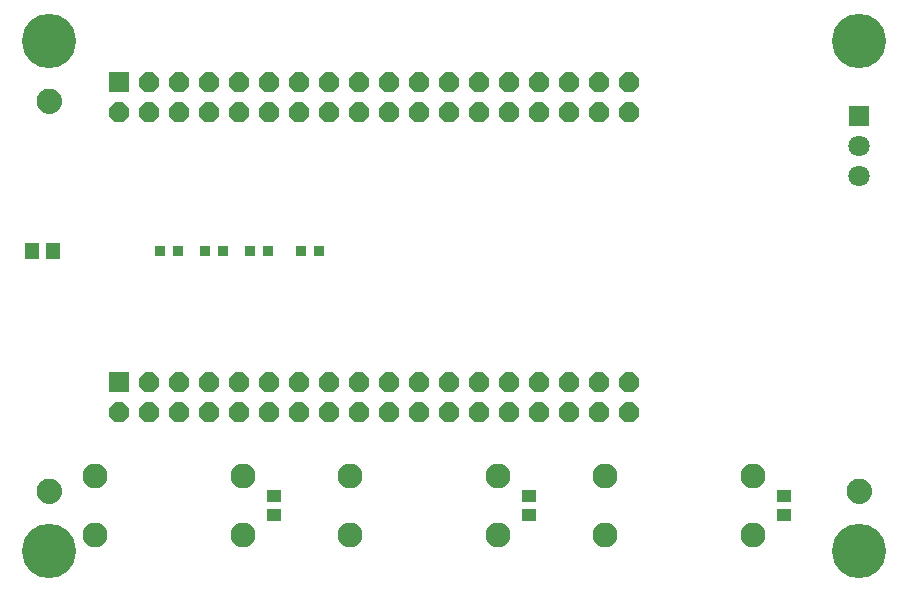
<source format=gbr>
G04 EAGLE Gerber RS-274X export*
G75*
%MOMM*%
%FSLAX34Y34*%
%LPD*%
%INSoldermask Top*%
%IPPOS*%
%AMOC8*
5,1,8,0,0,1.08239X$1,22.5*%
G01*
%ADD10R,1.676400X1.676400*%
%ADD11P,1.814519X8X22.500000*%
%ADD12R,1.803400X1.803400*%
%ADD13C,1.803400*%
%ADD14C,2.112400*%
%ADD15R,0.952400X0.952400*%
%ADD16R,1.183641X1.102359*%
%ADD17C,4.597400*%
%ADD18C,0.609600*%
%ADD19C,1.168400*%
%ADD20R,1.295400X1.422400*%


D10*
X97200Y434600D03*
D11*
X97200Y409200D03*
X122600Y434600D03*
X122600Y409200D03*
X148000Y434600D03*
X148000Y409200D03*
X173400Y434600D03*
X173400Y409200D03*
X198800Y434600D03*
X198800Y409200D03*
X224200Y434600D03*
X224200Y409200D03*
X249600Y434600D03*
X249600Y409200D03*
X275000Y434600D03*
X275000Y409200D03*
X300400Y434600D03*
X300400Y409200D03*
X325800Y434600D03*
X325800Y409200D03*
X351200Y434600D03*
X351200Y409200D03*
X376600Y434600D03*
X376600Y409200D03*
X402000Y434600D03*
X402000Y409200D03*
X427400Y434600D03*
X427400Y409200D03*
X452800Y434600D03*
X452800Y409200D03*
X478200Y434600D03*
X478200Y409200D03*
X503600Y434600D03*
X503600Y409200D03*
X529000Y434600D03*
X529000Y409200D03*
D10*
X97200Y180600D03*
D11*
X97200Y155200D03*
X122600Y180600D03*
X122600Y155200D03*
X148000Y180600D03*
X148000Y155200D03*
X173400Y180600D03*
X173400Y155200D03*
X198800Y180600D03*
X198800Y155200D03*
X224200Y180600D03*
X224200Y155200D03*
X249600Y180600D03*
X249600Y155200D03*
X275000Y180600D03*
X275000Y155200D03*
X300400Y180600D03*
X300400Y155200D03*
X325800Y180600D03*
X325800Y155200D03*
X351200Y180600D03*
X351200Y155200D03*
X376600Y180600D03*
X376600Y155200D03*
X402000Y180600D03*
X402000Y155200D03*
X427400Y180600D03*
X427400Y155200D03*
X452800Y180600D03*
X452800Y155200D03*
X478200Y180600D03*
X478200Y155200D03*
X503600Y180600D03*
X503600Y155200D03*
X529000Y180600D03*
X529000Y155200D03*
D12*
X723900Y406400D03*
D13*
X723900Y381000D03*
X723900Y355600D03*
D14*
X202200Y101200D03*
X202200Y51200D03*
X77200Y51200D03*
X77200Y101200D03*
X418100Y101200D03*
X418100Y51200D03*
X293100Y51200D03*
X293100Y101200D03*
X634000Y101200D03*
X634000Y51200D03*
X509000Y51200D03*
X509000Y101200D03*
D15*
X132200Y292100D03*
X147200Y292100D03*
X170300Y292100D03*
X185300Y292100D03*
X208400Y292100D03*
X223400Y292100D03*
X251580Y292100D03*
X266580Y292100D03*
D16*
X228600Y68199D03*
X228600Y84201D03*
X444500Y68199D03*
X444500Y84201D03*
X660400Y68199D03*
X660400Y84201D03*
D17*
X38100Y38100D03*
X723900Y38100D03*
X723900Y469900D03*
X38100Y469900D03*
D18*
X30480Y88900D02*
X30482Y89087D01*
X30489Y89274D01*
X30501Y89461D01*
X30517Y89647D01*
X30537Y89833D01*
X30562Y90018D01*
X30592Y90203D01*
X30626Y90387D01*
X30665Y90570D01*
X30708Y90752D01*
X30756Y90932D01*
X30808Y91112D01*
X30865Y91290D01*
X30925Y91467D01*
X30991Y91642D01*
X31060Y91816D01*
X31134Y91988D01*
X31212Y92158D01*
X31294Y92326D01*
X31380Y92492D01*
X31470Y92656D01*
X31564Y92817D01*
X31662Y92977D01*
X31764Y93133D01*
X31870Y93288D01*
X31980Y93439D01*
X32093Y93588D01*
X32210Y93734D01*
X32330Y93877D01*
X32454Y94017D01*
X32581Y94154D01*
X32712Y94288D01*
X32846Y94419D01*
X32983Y94546D01*
X33123Y94670D01*
X33266Y94790D01*
X33412Y94907D01*
X33561Y95020D01*
X33712Y95130D01*
X33867Y95236D01*
X34023Y95338D01*
X34183Y95436D01*
X34344Y95530D01*
X34508Y95620D01*
X34674Y95706D01*
X34842Y95788D01*
X35012Y95866D01*
X35184Y95940D01*
X35358Y96009D01*
X35533Y96075D01*
X35710Y96135D01*
X35888Y96192D01*
X36068Y96244D01*
X36248Y96292D01*
X36430Y96335D01*
X36613Y96374D01*
X36797Y96408D01*
X36982Y96438D01*
X37167Y96463D01*
X37353Y96483D01*
X37539Y96499D01*
X37726Y96511D01*
X37913Y96518D01*
X38100Y96520D01*
X38287Y96518D01*
X38474Y96511D01*
X38661Y96499D01*
X38847Y96483D01*
X39033Y96463D01*
X39218Y96438D01*
X39403Y96408D01*
X39587Y96374D01*
X39770Y96335D01*
X39952Y96292D01*
X40132Y96244D01*
X40312Y96192D01*
X40490Y96135D01*
X40667Y96075D01*
X40842Y96009D01*
X41016Y95940D01*
X41188Y95866D01*
X41358Y95788D01*
X41526Y95706D01*
X41692Y95620D01*
X41856Y95530D01*
X42017Y95436D01*
X42177Y95338D01*
X42333Y95236D01*
X42488Y95130D01*
X42639Y95020D01*
X42788Y94907D01*
X42934Y94790D01*
X43077Y94670D01*
X43217Y94546D01*
X43354Y94419D01*
X43488Y94288D01*
X43619Y94154D01*
X43746Y94017D01*
X43870Y93877D01*
X43990Y93734D01*
X44107Y93588D01*
X44220Y93439D01*
X44330Y93288D01*
X44436Y93133D01*
X44538Y92977D01*
X44636Y92817D01*
X44730Y92656D01*
X44820Y92492D01*
X44906Y92326D01*
X44988Y92158D01*
X45066Y91988D01*
X45140Y91816D01*
X45209Y91642D01*
X45275Y91467D01*
X45335Y91290D01*
X45392Y91112D01*
X45444Y90932D01*
X45492Y90752D01*
X45535Y90570D01*
X45574Y90387D01*
X45608Y90203D01*
X45638Y90018D01*
X45663Y89833D01*
X45683Y89647D01*
X45699Y89461D01*
X45711Y89274D01*
X45718Y89087D01*
X45720Y88900D01*
X45718Y88713D01*
X45711Y88526D01*
X45699Y88339D01*
X45683Y88153D01*
X45663Y87967D01*
X45638Y87782D01*
X45608Y87597D01*
X45574Y87413D01*
X45535Y87230D01*
X45492Y87048D01*
X45444Y86868D01*
X45392Y86688D01*
X45335Y86510D01*
X45275Y86333D01*
X45209Y86158D01*
X45140Y85984D01*
X45066Y85812D01*
X44988Y85642D01*
X44906Y85474D01*
X44820Y85308D01*
X44730Y85144D01*
X44636Y84983D01*
X44538Y84823D01*
X44436Y84667D01*
X44330Y84512D01*
X44220Y84361D01*
X44107Y84212D01*
X43990Y84066D01*
X43870Y83923D01*
X43746Y83783D01*
X43619Y83646D01*
X43488Y83512D01*
X43354Y83381D01*
X43217Y83254D01*
X43077Y83130D01*
X42934Y83010D01*
X42788Y82893D01*
X42639Y82780D01*
X42488Y82670D01*
X42333Y82564D01*
X42177Y82462D01*
X42017Y82364D01*
X41856Y82270D01*
X41692Y82180D01*
X41526Y82094D01*
X41358Y82012D01*
X41188Y81934D01*
X41016Y81860D01*
X40842Y81791D01*
X40667Y81725D01*
X40490Y81665D01*
X40312Y81608D01*
X40132Y81556D01*
X39952Y81508D01*
X39770Y81465D01*
X39587Y81426D01*
X39403Y81392D01*
X39218Y81362D01*
X39033Y81337D01*
X38847Y81317D01*
X38661Y81301D01*
X38474Y81289D01*
X38287Y81282D01*
X38100Y81280D01*
X37913Y81282D01*
X37726Y81289D01*
X37539Y81301D01*
X37353Y81317D01*
X37167Y81337D01*
X36982Y81362D01*
X36797Y81392D01*
X36613Y81426D01*
X36430Y81465D01*
X36248Y81508D01*
X36068Y81556D01*
X35888Y81608D01*
X35710Y81665D01*
X35533Y81725D01*
X35358Y81791D01*
X35184Y81860D01*
X35012Y81934D01*
X34842Y82012D01*
X34674Y82094D01*
X34508Y82180D01*
X34344Y82270D01*
X34183Y82364D01*
X34023Y82462D01*
X33867Y82564D01*
X33712Y82670D01*
X33561Y82780D01*
X33412Y82893D01*
X33266Y83010D01*
X33123Y83130D01*
X32983Y83254D01*
X32846Y83381D01*
X32712Y83512D01*
X32581Y83646D01*
X32454Y83783D01*
X32330Y83923D01*
X32210Y84066D01*
X32093Y84212D01*
X31980Y84361D01*
X31870Y84512D01*
X31764Y84667D01*
X31662Y84823D01*
X31564Y84983D01*
X31470Y85144D01*
X31380Y85308D01*
X31294Y85474D01*
X31212Y85642D01*
X31134Y85812D01*
X31060Y85984D01*
X30991Y86158D01*
X30925Y86333D01*
X30865Y86510D01*
X30808Y86688D01*
X30756Y86868D01*
X30708Y87048D01*
X30665Y87230D01*
X30626Y87413D01*
X30592Y87597D01*
X30562Y87782D01*
X30537Y87967D01*
X30517Y88153D01*
X30501Y88339D01*
X30489Y88526D01*
X30482Y88713D01*
X30480Y88900D01*
D19*
X38100Y88900D03*
D18*
X30480Y419100D02*
X30482Y419287D01*
X30489Y419474D01*
X30501Y419661D01*
X30517Y419847D01*
X30537Y420033D01*
X30562Y420218D01*
X30592Y420403D01*
X30626Y420587D01*
X30665Y420770D01*
X30708Y420952D01*
X30756Y421132D01*
X30808Y421312D01*
X30865Y421490D01*
X30925Y421667D01*
X30991Y421842D01*
X31060Y422016D01*
X31134Y422188D01*
X31212Y422358D01*
X31294Y422526D01*
X31380Y422692D01*
X31470Y422856D01*
X31564Y423017D01*
X31662Y423177D01*
X31764Y423333D01*
X31870Y423488D01*
X31980Y423639D01*
X32093Y423788D01*
X32210Y423934D01*
X32330Y424077D01*
X32454Y424217D01*
X32581Y424354D01*
X32712Y424488D01*
X32846Y424619D01*
X32983Y424746D01*
X33123Y424870D01*
X33266Y424990D01*
X33412Y425107D01*
X33561Y425220D01*
X33712Y425330D01*
X33867Y425436D01*
X34023Y425538D01*
X34183Y425636D01*
X34344Y425730D01*
X34508Y425820D01*
X34674Y425906D01*
X34842Y425988D01*
X35012Y426066D01*
X35184Y426140D01*
X35358Y426209D01*
X35533Y426275D01*
X35710Y426335D01*
X35888Y426392D01*
X36068Y426444D01*
X36248Y426492D01*
X36430Y426535D01*
X36613Y426574D01*
X36797Y426608D01*
X36982Y426638D01*
X37167Y426663D01*
X37353Y426683D01*
X37539Y426699D01*
X37726Y426711D01*
X37913Y426718D01*
X38100Y426720D01*
X38287Y426718D01*
X38474Y426711D01*
X38661Y426699D01*
X38847Y426683D01*
X39033Y426663D01*
X39218Y426638D01*
X39403Y426608D01*
X39587Y426574D01*
X39770Y426535D01*
X39952Y426492D01*
X40132Y426444D01*
X40312Y426392D01*
X40490Y426335D01*
X40667Y426275D01*
X40842Y426209D01*
X41016Y426140D01*
X41188Y426066D01*
X41358Y425988D01*
X41526Y425906D01*
X41692Y425820D01*
X41856Y425730D01*
X42017Y425636D01*
X42177Y425538D01*
X42333Y425436D01*
X42488Y425330D01*
X42639Y425220D01*
X42788Y425107D01*
X42934Y424990D01*
X43077Y424870D01*
X43217Y424746D01*
X43354Y424619D01*
X43488Y424488D01*
X43619Y424354D01*
X43746Y424217D01*
X43870Y424077D01*
X43990Y423934D01*
X44107Y423788D01*
X44220Y423639D01*
X44330Y423488D01*
X44436Y423333D01*
X44538Y423177D01*
X44636Y423017D01*
X44730Y422856D01*
X44820Y422692D01*
X44906Y422526D01*
X44988Y422358D01*
X45066Y422188D01*
X45140Y422016D01*
X45209Y421842D01*
X45275Y421667D01*
X45335Y421490D01*
X45392Y421312D01*
X45444Y421132D01*
X45492Y420952D01*
X45535Y420770D01*
X45574Y420587D01*
X45608Y420403D01*
X45638Y420218D01*
X45663Y420033D01*
X45683Y419847D01*
X45699Y419661D01*
X45711Y419474D01*
X45718Y419287D01*
X45720Y419100D01*
X45718Y418913D01*
X45711Y418726D01*
X45699Y418539D01*
X45683Y418353D01*
X45663Y418167D01*
X45638Y417982D01*
X45608Y417797D01*
X45574Y417613D01*
X45535Y417430D01*
X45492Y417248D01*
X45444Y417068D01*
X45392Y416888D01*
X45335Y416710D01*
X45275Y416533D01*
X45209Y416358D01*
X45140Y416184D01*
X45066Y416012D01*
X44988Y415842D01*
X44906Y415674D01*
X44820Y415508D01*
X44730Y415344D01*
X44636Y415183D01*
X44538Y415023D01*
X44436Y414867D01*
X44330Y414712D01*
X44220Y414561D01*
X44107Y414412D01*
X43990Y414266D01*
X43870Y414123D01*
X43746Y413983D01*
X43619Y413846D01*
X43488Y413712D01*
X43354Y413581D01*
X43217Y413454D01*
X43077Y413330D01*
X42934Y413210D01*
X42788Y413093D01*
X42639Y412980D01*
X42488Y412870D01*
X42333Y412764D01*
X42177Y412662D01*
X42017Y412564D01*
X41856Y412470D01*
X41692Y412380D01*
X41526Y412294D01*
X41358Y412212D01*
X41188Y412134D01*
X41016Y412060D01*
X40842Y411991D01*
X40667Y411925D01*
X40490Y411865D01*
X40312Y411808D01*
X40132Y411756D01*
X39952Y411708D01*
X39770Y411665D01*
X39587Y411626D01*
X39403Y411592D01*
X39218Y411562D01*
X39033Y411537D01*
X38847Y411517D01*
X38661Y411501D01*
X38474Y411489D01*
X38287Y411482D01*
X38100Y411480D01*
X37913Y411482D01*
X37726Y411489D01*
X37539Y411501D01*
X37353Y411517D01*
X37167Y411537D01*
X36982Y411562D01*
X36797Y411592D01*
X36613Y411626D01*
X36430Y411665D01*
X36248Y411708D01*
X36068Y411756D01*
X35888Y411808D01*
X35710Y411865D01*
X35533Y411925D01*
X35358Y411991D01*
X35184Y412060D01*
X35012Y412134D01*
X34842Y412212D01*
X34674Y412294D01*
X34508Y412380D01*
X34344Y412470D01*
X34183Y412564D01*
X34023Y412662D01*
X33867Y412764D01*
X33712Y412870D01*
X33561Y412980D01*
X33412Y413093D01*
X33266Y413210D01*
X33123Y413330D01*
X32983Y413454D01*
X32846Y413581D01*
X32712Y413712D01*
X32581Y413846D01*
X32454Y413983D01*
X32330Y414123D01*
X32210Y414266D01*
X32093Y414412D01*
X31980Y414561D01*
X31870Y414712D01*
X31764Y414867D01*
X31662Y415023D01*
X31564Y415183D01*
X31470Y415344D01*
X31380Y415508D01*
X31294Y415674D01*
X31212Y415842D01*
X31134Y416012D01*
X31060Y416184D01*
X30991Y416358D01*
X30925Y416533D01*
X30865Y416710D01*
X30808Y416888D01*
X30756Y417068D01*
X30708Y417248D01*
X30665Y417430D01*
X30626Y417613D01*
X30592Y417797D01*
X30562Y417982D01*
X30537Y418167D01*
X30517Y418353D01*
X30501Y418539D01*
X30489Y418726D01*
X30482Y418913D01*
X30480Y419100D01*
D19*
X38100Y419100D03*
D18*
X716280Y88900D02*
X716282Y89087D01*
X716289Y89274D01*
X716301Y89461D01*
X716317Y89647D01*
X716337Y89833D01*
X716362Y90018D01*
X716392Y90203D01*
X716426Y90387D01*
X716465Y90570D01*
X716508Y90752D01*
X716556Y90932D01*
X716608Y91112D01*
X716665Y91290D01*
X716725Y91467D01*
X716791Y91642D01*
X716860Y91816D01*
X716934Y91988D01*
X717012Y92158D01*
X717094Y92326D01*
X717180Y92492D01*
X717270Y92656D01*
X717364Y92817D01*
X717462Y92977D01*
X717564Y93133D01*
X717670Y93288D01*
X717780Y93439D01*
X717893Y93588D01*
X718010Y93734D01*
X718130Y93877D01*
X718254Y94017D01*
X718381Y94154D01*
X718512Y94288D01*
X718646Y94419D01*
X718783Y94546D01*
X718923Y94670D01*
X719066Y94790D01*
X719212Y94907D01*
X719361Y95020D01*
X719512Y95130D01*
X719667Y95236D01*
X719823Y95338D01*
X719983Y95436D01*
X720144Y95530D01*
X720308Y95620D01*
X720474Y95706D01*
X720642Y95788D01*
X720812Y95866D01*
X720984Y95940D01*
X721158Y96009D01*
X721333Y96075D01*
X721510Y96135D01*
X721688Y96192D01*
X721868Y96244D01*
X722048Y96292D01*
X722230Y96335D01*
X722413Y96374D01*
X722597Y96408D01*
X722782Y96438D01*
X722967Y96463D01*
X723153Y96483D01*
X723339Y96499D01*
X723526Y96511D01*
X723713Y96518D01*
X723900Y96520D01*
X724087Y96518D01*
X724274Y96511D01*
X724461Y96499D01*
X724647Y96483D01*
X724833Y96463D01*
X725018Y96438D01*
X725203Y96408D01*
X725387Y96374D01*
X725570Y96335D01*
X725752Y96292D01*
X725932Y96244D01*
X726112Y96192D01*
X726290Y96135D01*
X726467Y96075D01*
X726642Y96009D01*
X726816Y95940D01*
X726988Y95866D01*
X727158Y95788D01*
X727326Y95706D01*
X727492Y95620D01*
X727656Y95530D01*
X727817Y95436D01*
X727977Y95338D01*
X728133Y95236D01*
X728288Y95130D01*
X728439Y95020D01*
X728588Y94907D01*
X728734Y94790D01*
X728877Y94670D01*
X729017Y94546D01*
X729154Y94419D01*
X729288Y94288D01*
X729419Y94154D01*
X729546Y94017D01*
X729670Y93877D01*
X729790Y93734D01*
X729907Y93588D01*
X730020Y93439D01*
X730130Y93288D01*
X730236Y93133D01*
X730338Y92977D01*
X730436Y92817D01*
X730530Y92656D01*
X730620Y92492D01*
X730706Y92326D01*
X730788Y92158D01*
X730866Y91988D01*
X730940Y91816D01*
X731009Y91642D01*
X731075Y91467D01*
X731135Y91290D01*
X731192Y91112D01*
X731244Y90932D01*
X731292Y90752D01*
X731335Y90570D01*
X731374Y90387D01*
X731408Y90203D01*
X731438Y90018D01*
X731463Y89833D01*
X731483Y89647D01*
X731499Y89461D01*
X731511Y89274D01*
X731518Y89087D01*
X731520Y88900D01*
X731518Y88713D01*
X731511Y88526D01*
X731499Y88339D01*
X731483Y88153D01*
X731463Y87967D01*
X731438Y87782D01*
X731408Y87597D01*
X731374Y87413D01*
X731335Y87230D01*
X731292Y87048D01*
X731244Y86868D01*
X731192Y86688D01*
X731135Y86510D01*
X731075Y86333D01*
X731009Y86158D01*
X730940Y85984D01*
X730866Y85812D01*
X730788Y85642D01*
X730706Y85474D01*
X730620Y85308D01*
X730530Y85144D01*
X730436Y84983D01*
X730338Y84823D01*
X730236Y84667D01*
X730130Y84512D01*
X730020Y84361D01*
X729907Y84212D01*
X729790Y84066D01*
X729670Y83923D01*
X729546Y83783D01*
X729419Y83646D01*
X729288Y83512D01*
X729154Y83381D01*
X729017Y83254D01*
X728877Y83130D01*
X728734Y83010D01*
X728588Y82893D01*
X728439Y82780D01*
X728288Y82670D01*
X728133Y82564D01*
X727977Y82462D01*
X727817Y82364D01*
X727656Y82270D01*
X727492Y82180D01*
X727326Y82094D01*
X727158Y82012D01*
X726988Y81934D01*
X726816Y81860D01*
X726642Y81791D01*
X726467Y81725D01*
X726290Y81665D01*
X726112Y81608D01*
X725932Y81556D01*
X725752Y81508D01*
X725570Y81465D01*
X725387Y81426D01*
X725203Y81392D01*
X725018Y81362D01*
X724833Y81337D01*
X724647Y81317D01*
X724461Y81301D01*
X724274Y81289D01*
X724087Y81282D01*
X723900Y81280D01*
X723713Y81282D01*
X723526Y81289D01*
X723339Y81301D01*
X723153Y81317D01*
X722967Y81337D01*
X722782Y81362D01*
X722597Y81392D01*
X722413Y81426D01*
X722230Y81465D01*
X722048Y81508D01*
X721868Y81556D01*
X721688Y81608D01*
X721510Y81665D01*
X721333Y81725D01*
X721158Y81791D01*
X720984Y81860D01*
X720812Y81934D01*
X720642Y82012D01*
X720474Y82094D01*
X720308Y82180D01*
X720144Y82270D01*
X719983Y82364D01*
X719823Y82462D01*
X719667Y82564D01*
X719512Y82670D01*
X719361Y82780D01*
X719212Y82893D01*
X719066Y83010D01*
X718923Y83130D01*
X718783Y83254D01*
X718646Y83381D01*
X718512Y83512D01*
X718381Y83646D01*
X718254Y83783D01*
X718130Y83923D01*
X718010Y84066D01*
X717893Y84212D01*
X717780Y84361D01*
X717670Y84512D01*
X717564Y84667D01*
X717462Y84823D01*
X717364Y84983D01*
X717270Y85144D01*
X717180Y85308D01*
X717094Y85474D01*
X717012Y85642D01*
X716934Y85812D01*
X716860Y85984D01*
X716791Y86158D01*
X716725Y86333D01*
X716665Y86510D01*
X716608Y86688D01*
X716556Y86868D01*
X716508Y87048D01*
X716465Y87230D01*
X716426Y87413D01*
X716392Y87597D01*
X716362Y87782D01*
X716337Y87967D01*
X716317Y88153D01*
X716301Y88339D01*
X716289Y88526D01*
X716282Y88713D01*
X716280Y88900D01*
D19*
X723900Y88900D03*
D20*
X41910Y292100D03*
X24130Y292100D03*
M02*

</source>
